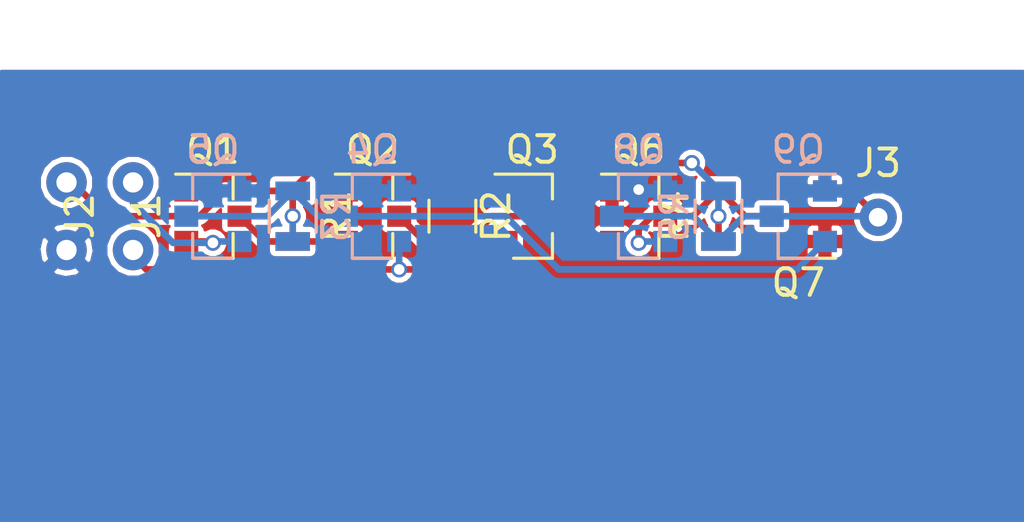
<source format=kicad_pcb>
(kicad_pcb (version 4) (host pcbnew 4.0.7)

  (general
    (links 33)
    (no_connects 0)
    (area 105.5 59.299998 144.000001 79.000001)
    (thickness 1.6)
    (drawings 0)
    (tracks 90)
    (zones 0)
    (modules 17)
    (nets 10)
  )

  (page A4)
  (layers
    (0 F.Cu signal)
    (31 B.Cu signal)
    (32 B.Adhes user)
    (33 F.Adhes user)
    (34 B.Paste user)
    (35 F.Paste user)
    (36 B.SilkS user)
    (37 F.SilkS user)
    (38 B.Mask user)
    (39 F.Mask user)
    (40 Dwgs.User user)
    (41 Cmts.User user)
    (42 Eco1.User user)
    (43 Eco2.User user)
    (44 Edge.Cuts user)
    (45 Margin user)
    (46 B.CrtYd user)
    (47 F.CrtYd user)
    (48 B.Fab user)
    (49 F.Fab user)
  )

  (setup
    (last_trace_width 0.25)
    (trace_clearance 0.2)
    (zone_clearance 0.2)
    (zone_45_only yes)
    (trace_min 0.2)
    (segment_width 0.2)
    (edge_width 0.15)
    (via_size 0.6)
    (via_drill 0.4)
    (via_min_size 0.4)
    (via_min_drill 0.3)
    (uvia_size 0.3)
    (uvia_drill 0.1)
    (uvias_allowed no)
    (uvia_min_size 0.2)
    (uvia_min_drill 0.1)
    (pcb_text_width 0.3)
    (pcb_text_size 1.5 1.5)
    (mod_edge_width 0.15)
    (mod_text_size 1 1)
    (mod_text_width 0.15)
    (pad_size 1.524 1.524)
    (pad_drill 0.762)
    (pad_to_mask_clearance 0.2)
    (aux_axis_origin 0 0)
    (visible_elements FFFFFF7F)
    (pcbplotparams
      (layerselection 0x00030_80000001)
      (usegerberextensions false)
      (excludeedgelayer true)
      (linewidth 0.100000)
      (plotframeref false)
      (viasonmask false)
      (mode 1)
      (useauxorigin false)
      (hpglpennumber 1)
      (hpglpenspeed 20)
      (hpglpendiameter 15)
      (hpglpenoverlay 2)
      (psnegative false)
      (psa4output false)
      (plotreference true)
      (plotvalue true)
      (plotinvisibletext false)
      (padsonsilk false)
      (subtractmaskfromsilk false)
      (outputformat 1)
      (mirror false)
      (drillshape 1)
      (scaleselection 1)
      (outputdirectory ""))
  )

  (net 0 "")
  (net 1 /I)
  (net 2 /notI)
  (net 3 GND)
  (net 4 /IandW)
  (net 5 /notW)
  (net 6 /InornotW)
  (net 7 /OnorIandW)
  (net 8 /O)
  (net 9 VCC)

  (net_class Default "This is the default net class."
    (clearance 0.2)
    (trace_width 0.25)
    (via_dia 0.6)
    (via_drill 0.4)
    (uvia_dia 0.3)
    (uvia_drill 0.1)
    (add_net /I)
    (add_net /IandW)
    (add_net /InornotW)
    (add_net /O)
    (add_net /OnorIandW)
    (add_net /notI)
    (add_net /notW)
    (add_net GND)
    (add_net VCC)
  )

  (module Resistors_SMD:R_0805 (layer B.Cu) (tedit 58E0A804) (tstamp 59C58380)
    (at 132.5 67.5 270)
    (descr "Resistor SMD 0805, reflow soldering, Vishay (see dcrcw.pdf)")
    (tags "resistor 0805")
    (path /59C576F0)
    (attr smd)
    (fp_text reference R5 (at 0 1.65 270) (layer B.SilkS)
      (effects (font (size 1 1) (thickness 0.15)) (justify mirror))
    )
    (fp_text value R (at 0 -1.75 270) (layer B.Fab)
      (effects (font (size 1 1) (thickness 0.15)) (justify mirror))
    )
    (fp_text user %R (at 0 0 270) (layer B.Fab)
      (effects (font (size 0.5 0.5) (thickness 0.075)) (justify mirror))
    )
    (fp_line (start -1 -0.62) (end -1 0.62) (layer B.Fab) (width 0.1))
    (fp_line (start 1 -0.62) (end -1 -0.62) (layer B.Fab) (width 0.1))
    (fp_line (start 1 0.62) (end 1 -0.62) (layer B.Fab) (width 0.1))
    (fp_line (start -1 0.62) (end 1 0.62) (layer B.Fab) (width 0.1))
    (fp_line (start 0.6 -0.88) (end -0.6 -0.88) (layer B.SilkS) (width 0.12))
    (fp_line (start -0.6 0.88) (end 0.6 0.88) (layer B.SilkS) (width 0.12))
    (fp_line (start -1.55 0.9) (end 1.55 0.9) (layer B.CrtYd) (width 0.05))
    (fp_line (start -1.55 0.9) (end -1.55 -0.9) (layer B.CrtYd) (width 0.05))
    (fp_line (start 1.55 -0.9) (end 1.55 0.9) (layer B.CrtYd) (width 0.05))
    (fp_line (start 1.55 -0.9) (end -1.55 -0.9) (layer B.CrtYd) (width 0.05))
    (pad 1 smd rect (at -0.95 0 270) (size 0.7 1.3) (layers B.Cu B.Paste B.Mask)
      (net 9 VCC))
    (pad 2 smd rect (at 0.95 0 270) (size 0.7 1.3) (layers B.Cu B.Paste B.Mask)
      (net 8 /O))
    (model ${KISYS3DMOD}/Resistors_SMD.3dshapes/R_0805.wrl
      (at (xyz 0 0 0))
      (scale (xyz 1 1 1))
      (rotate (xyz 0 0 0))
    )
  )

  (module emlun:J2-2_pole_connector (layer F.Cu) (tedit 59B9B8B6) (tstamp 59C58321)
    (at 110.5 67.5 90)
    (path /59C5A113)
    (fp_text reference J1 (at 0 0.5 90) (layer F.SilkS)
      (effects (font (size 1 1) (thickness 0.15)))
    )
    (fp_text value J2-2_bit_bus (at 0 -1.27 90) (layer F.Fab)
      (effects (font (size 1 1) (thickness 0.15)))
    )
    (pad 1 thru_hole circle (at -1.27 0 90) (size 1.524 1.524) (drill 0.762) (layers *.Cu *.Mask)
      (net 5 /notW))
    (pad 2 thru_hole circle (at 1.27 0 90) (size 1.524 1.524) (drill 0.762) (layers *.Cu *.Mask)
      (net 1 /I))
  )

  (module emlun:J2-2_pole_connector (layer F.Cu) (tedit 59B9B8B6) (tstamp 59C58327)
    (at 108 67.5 90)
    (path /59C5B572)
    (fp_text reference J2 (at 0 0.5 90) (layer F.SilkS)
      (effects (font (size 1 1) (thickness 0.15)))
    )
    (fp_text value J2-2_pole_connector (at 0 -1.27 90) (layer F.Fab)
      (effects (font (size 1 1) (thickness 0.15)))
    )
    (pad 1 thru_hole circle (at -1.27 0 90) (size 1.524 1.524) (drill 0.762) (layers *.Cu *.Mask)
      (net 3 GND))
    (pad 2 thru_hole circle (at 1.27 0 90) (size 1.524 1.524) (drill 0.762) (layers *.Cu *.Mask)
      (net 9 VCC))
  )

  (module emlun:J1-1_bit_bus (layer F.Cu) (tedit 59BC86E0) (tstamp 59C5832C)
    (at 138.5 65)
    (path /59C5A296)
    (fp_text reference J3 (at 0 0.5) (layer F.SilkS)
      (effects (font (size 1 1) (thickness 0.15)))
    )
    (fp_text value J1-1_bit_bus (at 0 -0.5) (layer F.Fab)
      (effects (font (size 1 1) (thickness 0.15)))
    )
    (pad 1 thru_hole circle (at 0 2.54) (size 1.4 1.4) (drill 0.7) (layers *.Cu *.Mask)
      (net 8 /O))
  )

  (module TO_SOT_Packages_SMD:SOT-23 (layer F.Cu) (tedit 58CE4E7E) (tstamp 59C5832D)
    (at 113.5 67.5)
    (descr "SOT-23, Standard")
    (tags SOT-23)
    (path /59C5717D)
    (attr smd)
    (fp_text reference Q1 (at 0 -2.5) (layer F.SilkS)
      (effects (font (size 1 1) (thickness 0.15)))
    )
    (fp_text value 2N7000 (at 0 2.5) (layer F.Fab)
      (effects (font (size 1 1) (thickness 0.15)))
    )
    (fp_text user %R (at 0 0 90) (layer F.Fab)
      (effects (font (size 0.5 0.5) (thickness 0.075)))
    )
    (fp_line (start -0.7 -0.95) (end -0.7 1.5) (layer F.Fab) (width 0.1))
    (fp_line (start -0.15 -1.52) (end 0.7 -1.52) (layer F.Fab) (width 0.1))
    (fp_line (start -0.7 -0.95) (end -0.15 -1.52) (layer F.Fab) (width 0.1))
    (fp_line (start 0.7 -1.52) (end 0.7 1.52) (layer F.Fab) (width 0.1))
    (fp_line (start -0.7 1.52) (end 0.7 1.52) (layer F.Fab) (width 0.1))
    (fp_line (start 0.76 1.58) (end 0.76 0.65) (layer F.SilkS) (width 0.12))
    (fp_line (start 0.76 -1.58) (end 0.76 -0.65) (layer F.SilkS) (width 0.12))
    (fp_line (start -1.7 -1.75) (end 1.7 -1.75) (layer F.CrtYd) (width 0.05))
    (fp_line (start 1.7 -1.75) (end 1.7 1.75) (layer F.CrtYd) (width 0.05))
    (fp_line (start 1.7 1.75) (end -1.7 1.75) (layer F.CrtYd) (width 0.05))
    (fp_line (start -1.7 1.75) (end -1.7 -1.75) (layer F.CrtYd) (width 0.05))
    (fp_line (start 0.76 -1.58) (end -1.4 -1.58) (layer F.SilkS) (width 0.12))
    (fp_line (start 0.76 1.58) (end -0.7 1.58) (layer F.SilkS) (width 0.12))
    (pad 1 smd rect (at -1 -0.95) (size 0.9 0.8) (layers F.Cu F.Paste F.Mask)
      (net 3 GND))
    (pad 2 smd rect (at -1 0.95) (size 0.9 0.8) (layers F.Cu F.Paste F.Mask)
      (net 1 /I))
    (pad 3 smd rect (at 1 0) (size 0.9 0.8) (layers F.Cu F.Paste F.Mask)
      (net 2 /notI))
    (model ${KISYS3DMOD}/TO_SOT_Packages_SMD.3dshapes/SOT-23.wrl
      (at (xyz 0 0 0))
      (scale (xyz 1 1 1))
      (rotate (xyz 0 0 0))
    )
  )

  (module TO_SOT_Packages_SMD:SOT-23 (layer F.Cu) (tedit 58CE4E7E) (tstamp 59C58333)
    (at 119.5 67.5)
    (descr "SOT-23, Standard")
    (tags SOT-23)
    (path /59C5723C)
    (attr smd)
    (fp_text reference Q2 (at 0 -2.5) (layer F.SilkS)
      (effects (font (size 1 1) (thickness 0.15)))
    )
    (fp_text value 2N7000 (at 0 2.5) (layer F.Fab)
      (effects (font (size 1 1) (thickness 0.15)))
    )
    (fp_text user %R (at 0 0 90) (layer F.Fab)
      (effects (font (size 0.5 0.5) (thickness 0.075)))
    )
    (fp_line (start -0.7 -0.95) (end -0.7 1.5) (layer F.Fab) (width 0.1))
    (fp_line (start -0.15 -1.52) (end 0.7 -1.52) (layer F.Fab) (width 0.1))
    (fp_line (start -0.7 -0.95) (end -0.15 -1.52) (layer F.Fab) (width 0.1))
    (fp_line (start 0.7 -1.52) (end 0.7 1.52) (layer F.Fab) (width 0.1))
    (fp_line (start -0.7 1.52) (end 0.7 1.52) (layer F.Fab) (width 0.1))
    (fp_line (start 0.76 1.58) (end 0.76 0.65) (layer F.SilkS) (width 0.12))
    (fp_line (start 0.76 -1.58) (end 0.76 -0.65) (layer F.SilkS) (width 0.12))
    (fp_line (start -1.7 -1.75) (end 1.7 -1.75) (layer F.CrtYd) (width 0.05))
    (fp_line (start 1.7 -1.75) (end 1.7 1.75) (layer F.CrtYd) (width 0.05))
    (fp_line (start 1.7 1.75) (end -1.7 1.75) (layer F.CrtYd) (width 0.05))
    (fp_line (start -1.7 1.75) (end -1.7 -1.75) (layer F.CrtYd) (width 0.05))
    (fp_line (start 0.76 -1.58) (end -1.4 -1.58) (layer F.SilkS) (width 0.12))
    (fp_line (start 0.76 1.58) (end -0.7 1.58) (layer F.SilkS) (width 0.12))
    (pad 1 smd rect (at -1 -0.95) (size 0.9 0.8) (layers F.Cu F.Paste F.Mask)
      (net 3 GND))
    (pad 2 smd rect (at -1 0.95) (size 0.9 0.8) (layers F.Cu F.Paste F.Mask)
      (net 2 /notI))
    (pad 3 smd rect (at 1 0) (size 0.9 0.8) (layers F.Cu F.Paste F.Mask)
      (net 4 /IandW))
    (model ${KISYS3DMOD}/TO_SOT_Packages_SMD.3dshapes/SOT-23.wrl
      (at (xyz 0 0 0))
      (scale (xyz 1 1 1))
      (rotate (xyz 0 0 0))
    )
  )

  (module TO_SOT_Packages_SMD:SOT-23 (layer F.Cu) (tedit 58CE4E7E) (tstamp 59C58339)
    (at 125.5 67.5)
    (descr "SOT-23, Standard")
    (tags SOT-23)
    (path /59C5727D)
    (attr smd)
    (fp_text reference Q3 (at 0 -2.5) (layer F.SilkS)
      (effects (font (size 1 1) (thickness 0.15)))
    )
    (fp_text value 2N7000 (at 0 2.5) (layer F.Fab)
      (effects (font (size 1 1) (thickness 0.15)))
    )
    (fp_text user %R (at 0 0 90) (layer F.Fab)
      (effects (font (size 0.5 0.5) (thickness 0.075)))
    )
    (fp_line (start -0.7 -0.95) (end -0.7 1.5) (layer F.Fab) (width 0.1))
    (fp_line (start -0.15 -1.52) (end 0.7 -1.52) (layer F.Fab) (width 0.1))
    (fp_line (start -0.7 -0.95) (end -0.15 -1.52) (layer F.Fab) (width 0.1))
    (fp_line (start 0.7 -1.52) (end 0.7 1.52) (layer F.Fab) (width 0.1))
    (fp_line (start -0.7 1.52) (end 0.7 1.52) (layer F.Fab) (width 0.1))
    (fp_line (start 0.76 1.58) (end 0.76 0.65) (layer F.SilkS) (width 0.12))
    (fp_line (start 0.76 -1.58) (end 0.76 -0.65) (layer F.SilkS) (width 0.12))
    (fp_line (start -1.7 -1.75) (end 1.7 -1.75) (layer F.CrtYd) (width 0.05))
    (fp_line (start 1.7 -1.75) (end 1.7 1.75) (layer F.CrtYd) (width 0.05))
    (fp_line (start 1.7 1.75) (end -1.7 1.75) (layer F.CrtYd) (width 0.05))
    (fp_line (start -1.7 1.75) (end -1.7 -1.75) (layer F.CrtYd) (width 0.05))
    (fp_line (start 0.76 -1.58) (end -1.4 -1.58) (layer F.SilkS) (width 0.12))
    (fp_line (start 0.76 1.58) (end -0.7 1.58) (layer F.SilkS) (width 0.12))
    (pad 1 smd rect (at -1 -0.95) (size 0.9 0.8) (layers F.Cu F.Paste F.Mask)
      (net 3 GND))
    (pad 2 smd rect (at -1 0.95) (size 0.9 0.8) (layers F.Cu F.Paste F.Mask)
      (net 5 /notW))
    (pad 3 smd rect (at 1 0) (size 0.9 0.8) (layers F.Cu F.Paste F.Mask)
      (net 4 /IandW))
    (model ${KISYS3DMOD}/TO_SOT_Packages_SMD.3dshapes/SOT-23.wrl
      (at (xyz 0 0 0))
      (scale (xyz 1 1 1))
      (rotate (xyz 0 0 0))
    )
  )

  (module TO_SOT_Packages_SMD:SOT-23 (layer B.Cu) (tedit 58CE4E7E) (tstamp 59C5833F)
    (at 119.5 67.5 180)
    (descr "SOT-23, Standard")
    (tags SOT-23)
    (path /59C57339)
    (attr smd)
    (fp_text reference Q4 (at 0 2.5 180) (layer B.SilkS)
      (effects (font (size 1 1) (thickness 0.15)) (justify mirror))
    )
    (fp_text value 2N7000 (at 0 -2.5 180) (layer B.Fab)
      (effects (font (size 1 1) (thickness 0.15)) (justify mirror))
    )
    (fp_text user %R (at 0 0 450) (layer B.Fab)
      (effects (font (size 0.5 0.5) (thickness 0.075)) (justify mirror))
    )
    (fp_line (start -0.7 0.95) (end -0.7 -1.5) (layer B.Fab) (width 0.1))
    (fp_line (start -0.15 1.52) (end 0.7 1.52) (layer B.Fab) (width 0.1))
    (fp_line (start -0.7 0.95) (end -0.15 1.52) (layer B.Fab) (width 0.1))
    (fp_line (start 0.7 1.52) (end 0.7 -1.52) (layer B.Fab) (width 0.1))
    (fp_line (start -0.7 -1.52) (end 0.7 -1.52) (layer B.Fab) (width 0.1))
    (fp_line (start 0.76 -1.58) (end 0.76 -0.65) (layer B.SilkS) (width 0.12))
    (fp_line (start 0.76 1.58) (end 0.76 0.65) (layer B.SilkS) (width 0.12))
    (fp_line (start -1.7 1.75) (end 1.7 1.75) (layer B.CrtYd) (width 0.05))
    (fp_line (start 1.7 1.75) (end 1.7 -1.75) (layer B.CrtYd) (width 0.05))
    (fp_line (start 1.7 -1.75) (end -1.7 -1.75) (layer B.CrtYd) (width 0.05))
    (fp_line (start -1.7 -1.75) (end -1.7 1.75) (layer B.CrtYd) (width 0.05))
    (fp_line (start 0.76 1.58) (end -1.4 1.58) (layer B.SilkS) (width 0.12))
    (fp_line (start 0.76 -1.58) (end -0.7 -1.58) (layer B.SilkS) (width 0.12))
    (pad 1 smd rect (at -1 0.95 180) (size 0.9 0.8) (layers B.Cu B.Paste B.Mask)
      (net 3 GND))
    (pad 2 smd rect (at -1 -0.95 180) (size 0.9 0.8) (layers B.Cu B.Paste B.Mask)
      (net 5 /notW))
    (pad 3 smd rect (at 1 0 180) (size 0.9 0.8) (layers B.Cu B.Paste B.Mask)
      (net 6 /InornotW))
    (model ${KISYS3DMOD}/TO_SOT_Packages_SMD.3dshapes/SOT-23.wrl
      (at (xyz 0 0 0))
      (scale (xyz 1 1 1))
      (rotate (xyz 0 0 0))
    )
  )

  (module TO_SOT_Packages_SMD:SOT-23 (layer B.Cu) (tedit 58CE4E7E) (tstamp 59C58345)
    (at 113.5 67.5 180)
    (descr "SOT-23, Standard")
    (tags SOT-23)
    (path /59C57366)
    (attr smd)
    (fp_text reference Q5 (at 0 2.5 180) (layer B.SilkS)
      (effects (font (size 1 1) (thickness 0.15)) (justify mirror))
    )
    (fp_text value 2N7000 (at 0 -2.5 180) (layer B.Fab)
      (effects (font (size 1 1) (thickness 0.15)) (justify mirror))
    )
    (fp_text user %R (at 0 0 450) (layer B.Fab)
      (effects (font (size 0.5 0.5) (thickness 0.075)) (justify mirror))
    )
    (fp_line (start -0.7 0.95) (end -0.7 -1.5) (layer B.Fab) (width 0.1))
    (fp_line (start -0.15 1.52) (end 0.7 1.52) (layer B.Fab) (width 0.1))
    (fp_line (start -0.7 0.95) (end -0.15 1.52) (layer B.Fab) (width 0.1))
    (fp_line (start 0.7 1.52) (end 0.7 -1.52) (layer B.Fab) (width 0.1))
    (fp_line (start -0.7 -1.52) (end 0.7 -1.52) (layer B.Fab) (width 0.1))
    (fp_line (start 0.76 -1.58) (end 0.76 -0.65) (layer B.SilkS) (width 0.12))
    (fp_line (start 0.76 1.58) (end 0.76 0.65) (layer B.SilkS) (width 0.12))
    (fp_line (start -1.7 1.75) (end 1.7 1.75) (layer B.CrtYd) (width 0.05))
    (fp_line (start 1.7 1.75) (end 1.7 -1.75) (layer B.CrtYd) (width 0.05))
    (fp_line (start 1.7 -1.75) (end -1.7 -1.75) (layer B.CrtYd) (width 0.05))
    (fp_line (start -1.7 -1.75) (end -1.7 1.75) (layer B.CrtYd) (width 0.05))
    (fp_line (start 0.76 1.58) (end -1.4 1.58) (layer B.SilkS) (width 0.12))
    (fp_line (start 0.76 -1.58) (end -0.7 -1.58) (layer B.SilkS) (width 0.12))
    (pad 1 smd rect (at -1 0.95 180) (size 0.9 0.8) (layers B.Cu B.Paste B.Mask)
      (net 3 GND))
    (pad 2 smd rect (at -1 -0.95 180) (size 0.9 0.8) (layers B.Cu B.Paste B.Mask)
      (net 1 /I))
    (pad 3 smd rect (at 1 0 180) (size 0.9 0.8) (layers B.Cu B.Paste B.Mask)
      (net 6 /InornotW))
    (model ${KISYS3DMOD}/TO_SOT_Packages_SMD.3dshapes/SOT-23.wrl
      (at (xyz 0 0 0))
      (scale (xyz 1 1 1))
      (rotate (xyz 0 0 0))
    )
  )

  (module TO_SOT_Packages_SMD:SOT-23 (layer F.Cu) (tedit 58CE4E7E) (tstamp 59C5834B)
    (at 129.5 67.5)
    (descr "SOT-23, Standard")
    (tags SOT-23)
    (path /59C57433)
    (attr smd)
    (fp_text reference Q6 (at 0 -2.5) (layer F.SilkS)
      (effects (font (size 1 1) (thickness 0.15)))
    )
    (fp_text value 2N7000 (at 0 2.5) (layer F.Fab)
      (effects (font (size 1 1) (thickness 0.15)))
    )
    (fp_text user %R (at 0 0 90) (layer F.Fab)
      (effects (font (size 0.5 0.5) (thickness 0.075)))
    )
    (fp_line (start -0.7 -0.95) (end -0.7 1.5) (layer F.Fab) (width 0.1))
    (fp_line (start -0.15 -1.52) (end 0.7 -1.52) (layer F.Fab) (width 0.1))
    (fp_line (start -0.7 -0.95) (end -0.15 -1.52) (layer F.Fab) (width 0.1))
    (fp_line (start 0.7 -1.52) (end 0.7 1.52) (layer F.Fab) (width 0.1))
    (fp_line (start -0.7 1.52) (end 0.7 1.52) (layer F.Fab) (width 0.1))
    (fp_line (start 0.76 1.58) (end 0.76 0.65) (layer F.SilkS) (width 0.12))
    (fp_line (start 0.76 -1.58) (end 0.76 -0.65) (layer F.SilkS) (width 0.12))
    (fp_line (start -1.7 -1.75) (end 1.7 -1.75) (layer F.CrtYd) (width 0.05))
    (fp_line (start 1.7 -1.75) (end 1.7 1.75) (layer F.CrtYd) (width 0.05))
    (fp_line (start 1.7 1.75) (end -1.7 1.75) (layer F.CrtYd) (width 0.05))
    (fp_line (start -1.7 1.75) (end -1.7 -1.75) (layer F.CrtYd) (width 0.05))
    (fp_line (start 0.76 -1.58) (end -1.4 -1.58) (layer F.SilkS) (width 0.12))
    (fp_line (start 0.76 1.58) (end -0.7 1.58) (layer F.SilkS) (width 0.12))
    (pad 1 smd rect (at -1 -0.95) (size 0.9 0.8) (layers F.Cu F.Paste F.Mask)
      (net 3 GND))
    (pad 2 smd rect (at -1 0.95) (size 0.9 0.8) (layers F.Cu F.Paste F.Mask)
      (net 4 /IandW))
    (pad 3 smd rect (at 1 0) (size 0.9 0.8) (layers F.Cu F.Paste F.Mask)
      (net 7 /OnorIandW))
    (model ${KISYS3DMOD}/TO_SOT_Packages_SMD.3dshapes/SOT-23.wrl
      (at (xyz 0 0 0))
      (scale (xyz 1 1 1))
      (rotate (xyz 0 0 0))
    )
  )

  (module TO_SOT_Packages_SMD:SOT-23 (layer F.Cu) (tedit 58CE4E7E) (tstamp 59C58351)
    (at 135.5 67.5 180)
    (descr "SOT-23, Standard")
    (tags SOT-23)
    (path /59C57480)
    (attr smd)
    (fp_text reference Q7 (at 0 -2.5 180) (layer F.SilkS)
      (effects (font (size 1 1) (thickness 0.15)))
    )
    (fp_text value 2N7000 (at 0 2.5 180) (layer F.Fab)
      (effects (font (size 1 1) (thickness 0.15)))
    )
    (fp_text user %R (at 0 0 270) (layer F.Fab)
      (effects (font (size 0.5 0.5) (thickness 0.075)))
    )
    (fp_line (start -0.7 -0.95) (end -0.7 1.5) (layer F.Fab) (width 0.1))
    (fp_line (start -0.15 -1.52) (end 0.7 -1.52) (layer F.Fab) (width 0.1))
    (fp_line (start -0.7 -0.95) (end -0.15 -1.52) (layer F.Fab) (width 0.1))
    (fp_line (start 0.7 -1.52) (end 0.7 1.52) (layer F.Fab) (width 0.1))
    (fp_line (start -0.7 1.52) (end 0.7 1.52) (layer F.Fab) (width 0.1))
    (fp_line (start 0.76 1.58) (end 0.76 0.65) (layer F.SilkS) (width 0.12))
    (fp_line (start 0.76 -1.58) (end 0.76 -0.65) (layer F.SilkS) (width 0.12))
    (fp_line (start -1.7 -1.75) (end 1.7 -1.75) (layer F.CrtYd) (width 0.05))
    (fp_line (start 1.7 -1.75) (end 1.7 1.75) (layer F.CrtYd) (width 0.05))
    (fp_line (start 1.7 1.75) (end -1.7 1.75) (layer F.CrtYd) (width 0.05))
    (fp_line (start -1.7 1.75) (end -1.7 -1.75) (layer F.CrtYd) (width 0.05))
    (fp_line (start 0.76 -1.58) (end -1.4 -1.58) (layer F.SilkS) (width 0.12))
    (fp_line (start 0.76 1.58) (end -0.7 1.58) (layer F.SilkS) (width 0.12))
    (pad 1 smd rect (at -1 -0.95 180) (size 0.9 0.8) (layers F.Cu F.Paste F.Mask)
      (net 3 GND))
    (pad 2 smd rect (at -1 0.95 180) (size 0.9 0.8) (layers F.Cu F.Paste F.Mask)
      (net 8 /O))
    (pad 3 smd rect (at 1 0 180) (size 0.9 0.8) (layers F.Cu F.Paste F.Mask)
      (net 7 /OnorIandW))
    (model ${KISYS3DMOD}/TO_SOT_Packages_SMD.3dshapes/SOT-23.wrl
      (at (xyz 0 0 0))
      (scale (xyz 1 1 1))
      (rotate (xyz 0 0 0))
    )
  )

  (module TO_SOT_Packages_SMD:SOT-23 (layer B.Cu) (tedit 58CE4E7E) (tstamp 59C58357)
    (at 129.5 67.5 180)
    (descr "SOT-23, Standard")
    (tags SOT-23)
    (path /59C573A3)
    (attr smd)
    (fp_text reference Q8 (at 0 2.5 180) (layer B.SilkS)
      (effects (font (size 1 1) (thickness 0.15)) (justify mirror))
    )
    (fp_text value 2N7000 (at 0 -2.5 180) (layer B.Fab)
      (effects (font (size 1 1) (thickness 0.15)) (justify mirror))
    )
    (fp_text user %R (at 0 0 450) (layer B.Fab)
      (effects (font (size 0.5 0.5) (thickness 0.075)) (justify mirror))
    )
    (fp_line (start -0.7 0.95) (end -0.7 -1.5) (layer B.Fab) (width 0.1))
    (fp_line (start -0.15 1.52) (end 0.7 1.52) (layer B.Fab) (width 0.1))
    (fp_line (start -0.7 0.95) (end -0.15 1.52) (layer B.Fab) (width 0.1))
    (fp_line (start 0.7 1.52) (end 0.7 -1.52) (layer B.Fab) (width 0.1))
    (fp_line (start -0.7 -1.52) (end 0.7 -1.52) (layer B.Fab) (width 0.1))
    (fp_line (start 0.76 -1.58) (end 0.76 -0.65) (layer B.SilkS) (width 0.12))
    (fp_line (start 0.76 1.58) (end 0.76 0.65) (layer B.SilkS) (width 0.12))
    (fp_line (start -1.7 1.75) (end 1.7 1.75) (layer B.CrtYd) (width 0.05))
    (fp_line (start 1.7 1.75) (end 1.7 -1.75) (layer B.CrtYd) (width 0.05))
    (fp_line (start 1.7 -1.75) (end -1.7 -1.75) (layer B.CrtYd) (width 0.05))
    (fp_line (start -1.7 -1.75) (end -1.7 1.75) (layer B.CrtYd) (width 0.05))
    (fp_line (start 0.76 1.58) (end -1.4 1.58) (layer B.SilkS) (width 0.12))
    (fp_line (start 0.76 -1.58) (end -0.7 -1.58) (layer B.SilkS) (width 0.12))
    (pad 1 smd rect (at -1 0.95 180) (size 0.9 0.8) (layers B.Cu B.Paste B.Mask)
      (net 3 GND))
    (pad 2 smd rect (at -1 -0.95 180) (size 0.9 0.8) (layers B.Cu B.Paste B.Mask)
      (net 7 /OnorIandW))
    (pad 3 smd rect (at 1 0 180) (size 0.9 0.8) (layers B.Cu B.Paste B.Mask)
      (net 8 /O))
    (model ${KISYS3DMOD}/TO_SOT_Packages_SMD.3dshapes/SOT-23.wrl
      (at (xyz 0 0 0))
      (scale (xyz 1 1 1))
      (rotate (xyz 0 0 0))
    )
  )

  (module TO_SOT_Packages_SMD:SOT-23 (layer B.Cu) (tedit 58CE4E7E) (tstamp 59C5835D)
    (at 135.5 67.5 180)
    (descr "SOT-23, Standard")
    (tags SOT-23)
    (path /59C573F0)
    (attr smd)
    (fp_text reference Q9 (at 0 2.5 180) (layer B.SilkS)
      (effects (font (size 1 1) (thickness 0.15)) (justify mirror))
    )
    (fp_text value 2N7000 (at 0 -2.5 180) (layer B.Fab)
      (effects (font (size 1 1) (thickness 0.15)) (justify mirror))
    )
    (fp_text user %R (at 0 0 450) (layer B.Fab)
      (effects (font (size 0.5 0.5) (thickness 0.075)) (justify mirror))
    )
    (fp_line (start -0.7 0.95) (end -0.7 -1.5) (layer B.Fab) (width 0.1))
    (fp_line (start -0.15 1.52) (end 0.7 1.52) (layer B.Fab) (width 0.1))
    (fp_line (start -0.7 0.95) (end -0.15 1.52) (layer B.Fab) (width 0.1))
    (fp_line (start 0.7 1.52) (end 0.7 -1.52) (layer B.Fab) (width 0.1))
    (fp_line (start -0.7 -1.52) (end 0.7 -1.52) (layer B.Fab) (width 0.1))
    (fp_line (start 0.76 -1.58) (end 0.76 -0.65) (layer B.SilkS) (width 0.12))
    (fp_line (start 0.76 1.58) (end 0.76 0.65) (layer B.SilkS) (width 0.12))
    (fp_line (start -1.7 1.75) (end 1.7 1.75) (layer B.CrtYd) (width 0.05))
    (fp_line (start 1.7 1.75) (end 1.7 -1.75) (layer B.CrtYd) (width 0.05))
    (fp_line (start 1.7 -1.75) (end -1.7 -1.75) (layer B.CrtYd) (width 0.05))
    (fp_line (start -1.7 -1.75) (end -1.7 1.75) (layer B.CrtYd) (width 0.05))
    (fp_line (start 0.76 1.58) (end -1.4 1.58) (layer B.SilkS) (width 0.12))
    (fp_line (start 0.76 -1.58) (end -0.7 -1.58) (layer B.SilkS) (width 0.12))
    (pad 1 smd rect (at -1 0.95 180) (size 0.9 0.8) (layers B.Cu B.Paste B.Mask)
      (net 3 GND))
    (pad 2 smd rect (at -1 -0.95 180) (size 0.9 0.8) (layers B.Cu B.Paste B.Mask)
      (net 6 /InornotW))
    (pad 3 smd rect (at 1 0 180) (size 0.9 0.8) (layers B.Cu B.Paste B.Mask)
      (net 8 /O))
    (model ${KISYS3DMOD}/TO_SOT_Packages_SMD.3dshapes/SOT-23.wrl
      (at (xyz 0 0 0))
      (scale (xyz 1 1 1))
      (rotate (xyz 0 0 0))
    )
  )

  (module Resistors_SMD:R_0805 (layer F.Cu) (tedit 58E0A804) (tstamp 59C58368)
    (at 116.5 67.5 270)
    (descr "Resistor SMD 0805, reflow soldering, Vishay (see dcrcw.pdf)")
    (tags "resistor 0805")
    (path /59C574BB)
    (attr smd)
    (fp_text reference R1 (at 0 -1.65 270) (layer F.SilkS)
      (effects (font (size 1 1) (thickness 0.15)))
    )
    (fp_text value R (at 0 1.75 270) (layer F.Fab)
      (effects (font (size 1 1) (thickness 0.15)))
    )
    (fp_text user %R (at 0 0 270) (layer F.Fab)
      (effects (font (size 0.5 0.5) (thickness 0.075)))
    )
    (fp_line (start -1 0.62) (end -1 -0.62) (layer F.Fab) (width 0.1))
    (fp_line (start 1 0.62) (end -1 0.62) (layer F.Fab) (width 0.1))
    (fp_line (start 1 -0.62) (end 1 0.62) (layer F.Fab) (width 0.1))
    (fp_line (start -1 -0.62) (end 1 -0.62) (layer F.Fab) (width 0.1))
    (fp_line (start 0.6 0.88) (end -0.6 0.88) (layer F.SilkS) (width 0.12))
    (fp_line (start -0.6 -0.88) (end 0.6 -0.88) (layer F.SilkS) (width 0.12))
    (fp_line (start -1.55 -0.9) (end 1.55 -0.9) (layer F.CrtYd) (width 0.05))
    (fp_line (start -1.55 -0.9) (end -1.55 0.9) (layer F.CrtYd) (width 0.05))
    (fp_line (start 1.55 0.9) (end 1.55 -0.9) (layer F.CrtYd) (width 0.05))
    (fp_line (start 1.55 0.9) (end -1.55 0.9) (layer F.CrtYd) (width 0.05))
    (pad 1 smd rect (at -0.95 0 270) (size 0.7 1.3) (layers F.Cu F.Paste F.Mask)
      (net 9 VCC))
    (pad 2 smd rect (at 0.95 0 270) (size 0.7 1.3) (layers F.Cu F.Paste F.Mask)
      (net 2 /notI))
    (model ${KISYS3DMOD}/Resistors_SMD.3dshapes/R_0805.wrl
      (at (xyz 0 0 0))
      (scale (xyz 1 1 1))
      (rotate (xyz 0 0 0))
    )
  )

  (module Resistors_SMD:R_0805 (layer F.Cu) (tedit 58E0A804) (tstamp 59C5836E)
    (at 122.5 67.5 270)
    (descr "Resistor SMD 0805, reflow soldering, Vishay (see dcrcw.pdf)")
    (tags "resistor 0805")
    (path /59C57582)
    (attr smd)
    (fp_text reference R2 (at 0 -1.65 270) (layer F.SilkS)
      (effects (font (size 1 1) (thickness 0.15)))
    )
    (fp_text value R (at 0 1.75 270) (layer F.Fab)
      (effects (font (size 1 1) (thickness 0.15)))
    )
    (fp_text user %R (at 0 0 270) (layer F.Fab)
      (effects (font (size 0.5 0.5) (thickness 0.075)))
    )
    (fp_line (start -1 0.62) (end -1 -0.62) (layer F.Fab) (width 0.1))
    (fp_line (start 1 0.62) (end -1 0.62) (layer F.Fab) (width 0.1))
    (fp_line (start 1 -0.62) (end 1 0.62) (layer F.Fab) (width 0.1))
    (fp_line (start -1 -0.62) (end 1 -0.62) (layer F.Fab) (width 0.1))
    (fp_line (start 0.6 0.88) (end -0.6 0.88) (layer F.SilkS) (width 0.12))
    (fp_line (start -0.6 -0.88) (end 0.6 -0.88) (layer F.SilkS) (width 0.12))
    (fp_line (start -1.55 -0.9) (end 1.55 -0.9) (layer F.CrtYd) (width 0.05))
    (fp_line (start -1.55 -0.9) (end -1.55 0.9) (layer F.CrtYd) (width 0.05))
    (fp_line (start 1.55 0.9) (end 1.55 -0.9) (layer F.CrtYd) (width 0.05))
    (fp_line (start 1.55 0.9) (end -1.55 0.9) (layer F.CrtYd) (width 0.05))
    (pad 1 smd rect (at -0.95 0 270) (size 0.7 1.3) (layers F.Cu F.Paste F.Mask)
      (net 9 VCC))
    (pad 2 smd rect (at 0.95 0 270) (size 0.7 1.3) (layers F.Cu F.Paste F.Mask)
      (net 4 /IandW))
    (model ${KISYS3DMOD}/Resistors_SMD.3dshapes/R_0805.wrl
      (at (xyz 0 0 0))
      (scale (xyz 1 1 1))
      (rotate (xyz 0 0 0))
    )
  )

  (module Resistors_SMD:R_0805 (layer B.Cu) (tedit 58E0A804) (tstamp 59C58374)
    (at 116.5 67.5 90)
    (descr "Resistor SMD 0805, reflow soldering, Vishay (see dcrcw.pdf)")
    (tags "resistor 0805")
    (path /59C576BB)
    (attr smd)
    (fp_text reference R3 (at 0 1.65 90) (layer B.SilkS)
      (effects (font (size 1 1) (thickness 0.15)) (justify mirror))
    )
    (fp_text value R (at 0 -1.75 90) (layer B.Fab)
      (effects (font (size 1 1) (thickness 0.15)) (justify mirror))
    )
    (fp_text user %R (at 0 0 90) (layer B.Fab)
      (effects (font (size 0.5 0.5) (thickness 0.075)) (justify mirror))
    )
    (fp_line (start -1 -0.62) (end -1 0.62) (layer B.Fab) (width 0.1))
    (fp_line (start 1 -0.62) (end -1 -0.62) (layer B.Fab) (width 0.1))
    (fp_line (start 1 0.62) (end 1 -0.62) (layer B.Fab) (width 0.1))
    (fp_line (start -1 0.62) (end 1 0.62) (layer B.Fab) (width 0.1))
    (fp_line (start 0.6 -0.88) (end -0.6 -0.88) (layer B.SilkS) (width 0.12))
    (fp_line (start -0.6 0.88) (end 0.6 0.88) (layer B.SilkS) (width 0.12))
    (fp_line (start -1.55 0.9) (end 1.55 0.9) (layer B.CrtYd) (width 0.05))
    (fp_line (start -1.55 0.9) (end -1.55 -0.9) (layer B.CrtYd) (width 0.05))
    (fp_line (start 1.55 -0.9) (end 1.55 0.9) (layer B.CrtYd) (width 0.05))
    (fp_line (start 1.55 -0.9) (end -1.55 -0.9) (layer B.CrtYd) (width 0.05))
    (pad 1 smd rect (at -0.95 0 90) (size 0.7 1.3) (layers B.Cu B.Paste B.Mask)
      (net 9 VCC))
    (pad 2 smd rect (at 0.95 0 90) (size 0.7 1.3) (layers B.Cu B.Paste B.Mask)
      (net 6 /InornotW))
    (model ${KISYS3DMOD}/Resistors_SMD.3dshapes/R_0805.wrl
      (at (xyz 0 0 0))
      (scale (xyz 1 1 1))
      (rotate (xyz 0 0 0))
    )
  )

  (module Resistors_SMD:R_0805 (layer F.Cu) (tedit 58E0A804) (tstamp 59C5837A)
    (at 132.5 67.5 90)
    (descr "Resistor SMD 0805, reflow soldering, Vishay (see dcrcw.pdf)")
    (tags "resistor 0805")
    (path /59C575D7)
    (attr smd)
    (fp_text reference R4 (at 0 -1.65 90) (layer F.SilkS)
      (effects (font (size 1 1) (thickness 0.15)))
    )
    (fp_text value R (at 0 1.75 90) (layer F.Fab)
      (effects (font (size 1 1) (thickness 0.15)))
    )
    (fp_text user %R (at 0 0 90) (layer F.Fab)
      (effects (font (size 0.5 0.5) (thickness 0.075)))
    )
    (fp_line (start -1 0.62) (end -1 -0.62) (layer F.Fab) (width 0.1))
    (fp_line (start 1 0.62) (end -1 0.62) (layer F.Fab) (width 0.1))
    (fp_line (start 1 -0.62) (end 1 0.62) (layer F.Fab) (width 0.1))
    (fp_line (start -1 -0.62) (end 1 -0.62) (layer F.Fab) (width 0.1))
    (fp_line (start 0.6 0.88) (end -0.6 0.88) (layer F.SilkS) (width 0.12))
    (fp_line (start -0.6 -0.88) (end 0.6 -0.88) (layer F.SilkS) (width 0.12))
    (fp_line (start -1.55 -0.9) (end 1.55 -0.9) (layer F.CrtYd) (width 0.05))
    (fp_line (start -1.55 -0.9) (end -1.55 0.9) (layer F.CrtYd) (width 0.05))
    (fp_line (start 1.55 0.9) (end 1.55 -0.9) (layer F.CrtYd) (width 0.05))
    (fp_line (start 1.55 0.9) (end -1.55 0.9) (layer F.CrtYd) (width 0.05))
    (pad 1 smd rect (at -0.95 0 90) (size 0.7 1.3) (layers F.Cu F.Paste F.Mask)
      (net 9 VCC))
    (pad 2 smd rect (at 0.95 0 90) (size 0.7 1.3) (layers F.Cu F.Paste F.Mask)
      (net 7 /OnorIandW))
    (model ${KISYS3DMOD}/Resistors_SMD.3dshapes/R_0805.wrl
      (at (xyz 0 0 0))
      (scale (xyz 1 1 1))
      (rotate (xyz 0 0 0))
    )
  )

  (segment (start 110.5 66.23) (end 110.5 67) (width 0.25) (layer B.Cu) (net 1) (status 10))
  (segment (start 112 68.5) (end 113.5 68.5) (width 0.25) (layer B.Cu) (net 1) (tstamp 59C7E9D9))
  (segment (start 110.5 67) (end 112 68.5) (width 0.25) (layer B.Cu) (net 1) (tstamp 59C7E9D5))
  (segment (start 114.5 68.45) (end 113.55 68.45) (width 0.25) (layer B.Cu) (net 1) (status 10))
  (segment (start 113.45 68.45) (end 112.5 68.45) (width 0.25) (layer F.Cu) (net 1) (tstamp 59C59328) (status 20))
  (segment (start 113.5 68.5) (end 113.45 68.45) (width 0.25) (layer F.Cu) (net 1) (tstamp 59C59327))
  (via (at 113.5 68.5) (size 0.6) (drill 0.4) (layers F.Cu B.Cu) (net 1))
  (segment (start 113.55 68.45) (end 113.5 68.5) (width 0.25) (layer B.Cu) (net 1) (tstamp 59C59324))
  (segment (start 116.5 68.45) (end 115.45 68.45) (width 0.25) (layer F.Cu) (net 2) (status 10))
  (segment (start 115.45 68.45) (end 114.5 67.5) (width 0.25) (layer F.Cu) (net 2) (tstamp 59C58AC9) (status 20))
  (segment (start 118.5 68.45) (end 116.5 68.45) (width 0.25) (layer F.Cu) (net 2) (status 30))
  (segment (start 128.5 66.55) (end 129.45 66.55) (width 0.25) (layer F.Cu) (net 3) (status 400000))
  (segment (start 129.55 66.55) (end 130.5 66.55) (width 0.25) (layer B.Cu) (net 3) (tstamp 5AB6D364) (status 800000))
  (segment (start 129.5 66.5) (end 129.55 66.55) (width 0.25) (layer B.Cu) (net 3) (tstamp 5AB6D363))
  (via (at 129.5 66.5) (size 0.6) (drill 0.4) (layers F.Cu B.Cu) (net 3))
  (segment (start 129.45 66.55) (end 129.5 66.5) (width 0.25) (layer F.Cu) (net 3) (tstamp 5AB6D35E))
  (segment (start 118.5 66.55) (end 118.5 66.5) (width 0.25) (layer F.Cu) (net 3) (status 30))
  (segment (start 128.5 66.55) (end 128.5 66.5) (width 0.25) (layer F.Cu) (net 3) (status 30))
  (segment (start 112.5 66.55) (end 112.5 66.5) (width 0.25) (layer F.Cu) (net 3) (status 30))
  (segment (start 118.55 66.5) (end 118.5 66.55) (width 0.25) (layer F.Cu) (net 3) (tstamp 59C59046) (status 30))
  (segment (start 128.5 68.45) (end 127.45 68.45) (width 0.25) (layer F.Cu) (net 4) (status 10))
  (segment (start 127.45 68.45) (end 126.5 67.5) (width 0.25) (layer F.Cu) (net 4) (tstamp 59C58AD4) (status 20))
  (segment (start 122.5 68.45) (end 123.05 68.45) (width 0.25) (layer F.Cu) (net 4) (status 30))
  (segment (start 123.05 68.45) (end 124 67.5) (width 0.25) (layer F.Cu) (net 4) (tstamp 59C58ACF) (status 10))
  (segment (start 124 67.5) (end 126.5 67.5) (width 0.25) (layer F.Cu) (net 4) (tstamp 59C58AD0) (status 20))
  (segment (start 122.5 68.45) (end 121.45 68.45) (width 0.25) (layer F.Cu) (net 4) (status 10))
  (segment (start 121.45 68.45) (end 120.5 67.5) (width 0.25) (layer F.Cu) (net 4) (tstamp 59C58ACC) (status 20))
  (segment (start 110.5 68.77) (end 110.5 69) (width 0.25) (layer F.Cu) (net 5) (status 30))
  (segment (start 110.5 69) (end 111 69.5) (width 0.25) (layer F.Cu) (net 5) (tstamp 59C7E9AF) (status 10))
  (segment (start 111 69.5) (end 120.5 69.5) (width 0.25) (layer F.Cu) (net 5) (tstamp 59C7E9B0))
  (via (at 120.5 69.5) (size 0.6) (drill 0.4) (layers F.Cu B.Cu) (net 5))
  (segment (start 120.5 68.45) (end 120.5 69.5) (width 0.25) (layer B.Cu) (net 5) (status 10))
  (segment (start 124.5 68.45) (end 124.5 69) (width 0.25) (layer F.Cu) (net 5) (status 10))
  (segment (start 124 69.5) (end 120.5 69.5) (width 0.25) (layer F.Cu) (net 5) (tstamp 59C59164))
  (segment (start 124.5 69) (end 124 69.5) (width 0.25) (layer F.Cu) (net 5) (tstamp 59C5915F))
  (segment (start 118.5 67.5) (end 124.5 67.5) (width 0.25) (layer B.Cu) (net 6) (status 10))
  (segment (start 135.45 69.5) (end 136.5 68.45) (width 0.25) (layer B.Cu) (net 6) (tstamp 59C7E7AB) (status 20))
  (segment (start 126.5 69.5) (end 135.45 69.5) (width 0.25) (layer B.Cu) (net 6) (tstamp 59C7E7A4))
  (segment (start 124.5 67.5) (end 126.5 69.5) (width 0.25) (layer B.Cu) (net 6) (tstamp 59C7E79C))
  (segment (start 118.5 67.5) (end 117.45 67.5) (width 0.25) (layer B.Cu) (net 6) (status 10))
  (segment (start 117.45 67.5) (end 116.5 66.55) (width 0.25) (layer B.Cu) (net 6) (tstamp 59C5958A) (status 20))
  (segment (start 112.5 67.5) (end 115.55 67.5) (width 0.25) (layer B.Cu) (net 6) (status 10))
  (segment (start 115.55 67.5) (end 116.5 66.55) (width 0.25) (layer B.Cu) (net 6) (tstamp 59C59586) (status 20))
  (segment (start 116.55 66.5) (end 116.5 66.55) (width 0.25) (layer B.Cu) (net 6) (tstamp 59C593B5) (status 30))
  (segment (start 132.5 66.55) (end 132.55 66.55) (width 0.25) (layer F.Cu) (net 7) (status 30))
  (segment (start 132.55 66.55) (end 133.5 67.5) (width 0.25) (layer F.Cu) (net 7) (tstamp 59C7E8E1) (status 10))
  (segment (start 133.5 67.5) (end 134.5 67.5) (width 0.25) (layer F.Cu) (net 7) (tstamp 59C7E8E2) (status 20))
  (segment (start 130.5 67.5) (end 131.55 67.5) (width 0.25) (layer F.Cu) (net 7) (status 10))
  (segment (start 131.55 67.5) (end 132.5 66.55) (width 0.25) (layer F.Cu) (net 7) (tstamp 59C592DC) (status 20))
  (segment (start 130.5 68.45) (end 129.55 68.45) (width 0.25) (layer B.Cu) (net 7) (status 10))
  (segment (start 130 67.5) (end 130.5 67.5) (width 0.25) (layer F.Cu) (net 7) (tstamp 59C592AD) (status 20))
  (segment (start 129.5 68) (end 130 67.5) (width 0.25) (layer F.Cu) (net 7) (tstamp 59C592AC))
  (segment (start 129.5 68.5) (end 129.5 68) (width 0.25) (layer F.Cu) (net 7) (tstamp 59C592AB))
  (via (at 129.5 68.5) (size 0.6) (drill 0.4) (layers F.Cu B.Cu) (net 7))
  (segment (start 129.55 68.45) (end 129.5 68.5) (width 0.25) (layer B.Cu) (net 7) (tstamp 59C592A9))
  (segment (start 134.5 67.5) (end 138.46 67.5) (width 0.25) (layer B.Cu) (net 8) (status 30))
  (segment (start 138.46 67.5) (end 138.5 67.54) (width 0.25) (layer B.Cu) (net 8) (tstamp 59C7E924) (status 30))
  (segment (start 136.5 66.55) (end 137.51 66.55) (width 0.25) (layer F.Cu) (net 8) (status 10))
  (segment (start 137.51 66.55) (end 138.5 67.54) (width 0.25) (layer F.Cu) (net 8) (tstamp 59C7E91D) (status 20))
  (segment (start 128.5 67.5) (end 131.55 67.5) (width 0.25) (layer B.Cu) (net 8) (status 10))
  (segment (start 131.55 67.5) (end 132.5 68.45) (width 0.25) (layer B.Cu) (net 8) (tstamp 59C59527) (status 20))
  (segment (start 134.5 67.5) (end 133.45 67.5) (width 0.25) (layer B.Cu) (net 8) (status 10))
  (segment (start 133.45 67.5) (end 132.5 68.45) (width 0.25) (layer B.Cu) (net 8) (tstamp 59C59522) (status 20))
  (segment (start 132.5 68.45) (end 132.55 68.45) (width 0.25) (layer B.Cu) (net 8) (status 30))
  (segment (start 116.5 66.55) (end 116.5 66.5) (width 0.25) (layer F.Cu) (net 9))
  (segment (start 108.23 66.23) (end 109.5 67.5) (width 0.25) (layer F.Cu) (net 9) (tstamp 59C7E9C9) (status 10))
  (segment (start 113.95 66.55) (end 116.5 66.55) (width 0.25) (layer F.Cu) (net 9) (tstamp 59C7E9CF) (status 20))
  (segment (start 113 67.5) (end 113.95 66.55) (width 0.25) (layer F.Cu) (net 9) (tstamp 59C7E9CE))
  (segment (start 109.5 67.5) (end 113 67.5) (width 0.25) (layer F.Cu) (net 9) (tstamp 59C7E9CC))
  (segment (start 108 66.23) (end 108.23 66.23) (width 0.25) (layer F.Cu) (net 9) (status 30))
  (segment (start 132.5 66.55) (end 132.5 67.5) (width 0.25) (layer B.Cu) (net 9) (status 10))
  (segment (start 132.5 67.5) (end 132.5 68.45) (width 0.25) (layer F.Cu) (net 9) (tstamp 59C7E803) (status 20))
  (via (at 132.5 67.5) (size 0.6) (drill 0.4) (layers F.Cu B.Cu) (net 9))
  (segment (start 116.5 66.55) (end 116.5 67.5) (width 0.25) (layer F.Cu) (net 9) (status 10))
  (segment (start 116.5 67.5) (end 116.5 68.45) (width 0.25) (layer B.Cu) (net 9) (tstamp 59C7E7FA) (status 20))
  (via (at 116.5 67.5) (size 0.6) (drill 0.4) (layers F.Cu B.Cu) (net 9))
  (segment (start 116.5 68.45) (end 116.5 68.5) (width 0.25) (layer B.Cu) (net 9) (status 30))
  (segment (start 132.5 68.45) (end 132.5 68.5) (width 0.25) (layer F.Cu) (net 9) (status 30))
  (segment (start 122.5 66.55) (end 122.5 66.5) (width 0.25) (layer F.Cu) (net 9) (status 30))
  (segment (start 122.5 66.5) (end 123.5 65.5) (width 0.25) (layer F.Cu) (net 9) (tstamp 59C7E73E) (status 10))
  (segment (start 131.5 65.5) (end 132.5 66.5) (width 0.25) (layer B.Cu) (net 9) (tstamp 59C7E744) (status 20))
  (via (at 131.5 65.5) (size 0.6) (drill 0.4) (layers F.Cu B.Cu) (net 9))
  (segment (start 123.5 65.5) (end 131.5 65.5) (width 0.25) (layer F.Cu) (net 9) (tstamp 59C7E73F))
  (segment (start 132.5 66.5) (end 132.5 66.55) (width 0.25) (layer B.Cu) (net 9) (tstamp 59C7E745) (status 30))
  (segment (start 116.5 66.5) (end 117.5 65.5) (width 0.25) (layer F.Cu) (net 9) (tstamp 59C7E729) (status 10))
  (segment (start 121.45 65.5) (end 122.5 66.55) (width 0.25) (layer F.Cu) (net 9) (tstamp 59C7E72D) (status 20))
  (segment (start 117.5 65.5) (end 121.45 65.5) (width 0.25) (layer F.Cu) (net 9) (tstamp 59C7E72A))
  (segment (start 132.5 66.55) (end 132.55 66.55) (width 0.25) (layer B.Cu) (net 9) (status 30))
  (segment (start 132.5 66.55) (end 132.45 66.55) (width 0.25) (layer B.Cu) (net 9) (status 30))
  (segment (start 116.5 68.45) (end 116.55 68.45) (width 0.25) (layer B.Cu) (net 9) (status 30))

  (zone (net 3) (net_name GND) (layer B.Cu) (tstamp 59C58DBD) (hatch edge 0.508)
    (connect_pads (clearance 0.2))
    (min_thickness 0.1)
    (fill yes (arc_segments 16) (thermal_gap 0.2) (thermal_bridge_width 0.5))
    (polygon
      (pts
        (xy 144 79) (xy 105.5 79) (xy 105.5 62) (xy 144 62)
      )
    )
    (filled_polygon
      (pts
        (xy 143.95 78.95) (xy 105.55 78.95) (xy 105.55 69.58209) (xy 107.470752 69.58209) (xy 107.566814 69.706491)
        (xy 107.958167 69.800978) (xy 108.35589 69.738509) (xy 108.433186 69.706491) (xy 108.529248 69.58209) (xy 108 69.052843)
        (xy 107.470752 69.58209) (xy 105.55 69.58209) (xy 105.55 68.728167) (xy 106.969022 68.728167) (xy 107.031491 69.12589)
        (xy 107.063509 69.203186) (xy 107.18791 69.299248) (xy 107.717157 68.77) (xy 108.282843 68.77) (xy 108.81209 69.299248)
        (xy 108.936491 69.203186) (xy 109.030978 68.811833) (xy 108.968509 68.41411) (xy 108.936491 68.336814) (xy 108.81209 68.240752)
        (xy 108.282843 68.77) (xy 107.717157 68.77) (xy 107.18791 68.240752) (xy 107.063509 68.336814) (xy 106.969022 68.728167)
        (xy 105.55 68.728167) (xy 105.55 67.95791) (xy 107.470752 67.95791) (xy 108 68.487157) (xy 108.529248 67.95791)
        (xy 108.433186 67.833509) (xy 108.041833 67.739022) (xy 107.64411 67.801491) (xy 107.566814 67.833509) (xy 107.470752 67.95791)
        (xy 105.55 67.95791) (xy 105.55 66.430416) (xy 106.987825 66.430416) (xy 107.141568 66.802503) (xy 107.426 67.087431)
        (xy 107.797818 67.241824) (xy 108.200416 67.242175) (xy 108.572503 67.088432) (xy 108.857431 66.804) (xy 109.011824 66.432182)
        (xy 109.011825 66.430416) (xy 109.487825 66.430416) (xy 109.641568 66.802503) (xy 109.926 67.087431) (xy 110.189065 67.196665)
        (xy 110.234835 67.265165) (xy 110.74607 67.7764) (xy 110.702182 67.758176) (xy 110.299584 67.757825) (xy 109.927497 67.911568)
        (xy 109.642569 68.196) (xy 109.488176 68.567818) (xy 109.487825 68.970416) (xy 109.641568 69.342503) (xy 109.926 69.627431)
        (xy 110.297818 69.781824) (xy 110.700416 69.782175) (xy 111.072503 69.628432) (xy 111.357431 69.344) (xy 111.511824 68.972182)
        (xy 111.512175 68.569584) (xy 111.493108 68.523438) (xy 111.734835 68.765165) (xy 111.856493 68.846455) (xy 112 68.875)
        (xy 113.097207 68.875) (xy 113.188043 68.965995) (xy 113.390118 69.049904) (xy 113.608922 69.050095) (xy 113.811143 68.966539)
        (xy 113.821353 68.956347) (xy 113.867288 69.027732) (xy 113.950831 69.084815) (xy 114.05 69.104897) (xy 114.95 69.104897)
        (xy 115.042644 69.087465) (xy 115.127732 69.032712) (xy 115.184815 68.949169) (xy 115.204897 68.85) (xy 115.204897 68.05)
        (xy 115.187465 67.957356) (xy 115.13447 67.875) (xy 115.55 67.875) (xy 115.693507 67.846455) (xy 115.815165 67.765165)
        (xy 115.956192 67.624138) (xy 116.033461 67.811143) (xy 116.067362 67.845103) (xy 115.85 67.845103) (xy 115.757356 67.862535)
        (xy 115.672268 67.917288) (xy 115.615185 68.000831) (xy 115.595103 68.1) (xy 115.595103 68.8) (xy 115.612535 68.892644)
        (xy 115.667288 68.977732) (xy 115.750831 69.034815) (xy 115.85 69.054897) (xy 117.15 69.054897) (xy 117.242644 69.037465)
        (xy 117.327732 68.982712) (xy 117.384815 68.899169) (xy 117.404897 68.8) (xy 117.404897 68.1) (xy 117.387465 68.007356)
        (xy 117.332712 67.922268) (xy 117.249169 67.865185) (xy 117.15 67.845103) (xy 116.932791 67.845103) (xy 116.965995 67.811957)
        (xy 117.043933 67.624263) (xy 117.184835 67.765165) (xy 117.306493 67.846455) (xy 117.45 67.875) (xy 117.795103 67.875)
        (xy 117.795103 67.9) (xy 117.812535 67.992644) (xy 117.867288 68.077732) (xy 117.950831 68.134815) (xy 118.05 68.154897)
        (xy 118.95 68.154897) (xy 119.042644 68.137465) (xy 119.127732 68.082712) (xy 119.184815 67.999169) (xy 119.204897 67.9)
        (xy 119.204897 67.875) (xy 119.866999 67.875) (xy 119.815185 67.950831) (xy 119.795103 68.05) (xy 119.795103 68.85)
        (xy 119.812535 68.942644) (xy 119.867288 69.027732) (xy 119.950831 69.084815) (xy 120.05 69.104897) (xy 120.117296 69.104897)
        (xy 120.034005 69.188043) (xy 119.950096 69.390118) (xy 119.949905 69.608922) (xy 120.033461 69.811143) (xy 120.188043 69.965995)
        (xy 120.390118 70.049904) (xy 120.608922 70.050095) (xy 120.811143 69.966539) (xy 120.965995 69.811957) (xy 121.049904 69.609882)
        (xy 121.050095 69.391078) (xy 120.966539 69.188857) (xy 120.882725 69.104897) (xy 120.95 69.104897) (xy 121.042644 69.087465)
        (xy 121.127732 69.032712) (xy 121.184815 68.949169) (xy 121.204897 68.85) (xy 121.204897 68.05) (xy 121.187465 67.957356)
        (xy 121.13447 67.875) (xy 124.34467 67.875) (xy 126.234835 69.765165) (xy 126.356493 69.846455) (xy 126.5 69.875)
        (xy 135.45 69.875) (xy 135.593507 69.846455) (xy 135.715165 69.765165) (xy 136.375433 69.104897) (xy 136.95 69.104897)
        (xy 137.042644 69.087465) (xy 137.127732 69.032712) (xy 137.184815 68.949169) (xy 137.204897 68.85) (xy 137.204897 68.05)
        (xy 137.187465 67.957356) (xy 137.13447 67.875) (xy 137.610517 67.875) (xy 137.694159 68.077429) (xy 137.961165 68.344902)
        (xy 138.310204 68.489835) (xy 138.688138 68.490165) (xy 139.037429 68.345841) (xy 139.304902 68.078835) (xy 139.449835 67.729796)
        (xy 139.450165 67.351862) (xy 139.305841 67.002571) (xy 139.038835 66.735098) (xy 138.689796 66.590165) (xy 138.311862 66.589835)
        (xy 137.962571 66.734159) (xy 137.695098 67.001165) (xy 137.643677 67.125) (xy 137.128554 67.125) (xy 137.16194 67.091614)
        (xy 137.2 66.999728) (xy 137.2 66.8125) (xy 137.1375 66.75) (xy 136.7 66.75) (xy 136.7 66.77)
        (xy 136.3 66.77) (xy 136.3 66.75) (xy 135.8625 66.75) (xy 135.8 66.8125) (xy 135.8 66.999728)
        (xy 135.83806 67.091614) (xy 135.871446 67.125) (xy 135.204897 67.125) (xy 135.204897 67.1) (xy 135.187465 67.007356)
        (xy 135.132712 66.922268) (xy 135.049169 66.865185) (xy 134.95 66.845103) (xy 134.05 66.845103) (xy 133.957356 66.862535)
        (xy 133.872268 66.917288) (xy 133.815185 67.000831) (xy 133.795103 67.1) (xy 133.795103 67.125) (xy 133.45 67.125)
        (xy 133.306493 67.153545) (xy 133.184835 67.234835) (xy 133.043808 67.375862) (xy 132.966539 67.188857) (xy 132.932638 67.154897)
        (xy 133.15 67.154897) (xy 133.242644 67.137465) (xy 133.327732 67.082712) (xy 133.384815 66.999169) (xy 133.404897 66.9)
        (xy 133.404897 66.2) (xy 133.387465 66.107356) (xy 133.382907 66.100272) (xy 135.8 66.100272) (xy 135.8 66.2875)
        (xy 135.8625 66.35) (xy 136.3 66.35) (xy 136.3 65.9625) (xy 136.7 65.9625) (xy 136.7 66.35)
        (xy 137.1375 66.35) (xy 137.2 66.2875) (xy 137.2 66.100272) (xy 137.16194 66.008386) (xy 137.091614 65.93806)
        (xy 136.999728 65.9) (xy 136.7625 65.9) (xy 136.7 65.9625) (xy 136.3 65.9625) (xy 136.2375 65.9)
        (xy 136.000272 65.9) (xy 135.908386 65.93806) (xy 135.83806 66.008386) (xy 135.8 66.100272) (xy 133.382907 66.100272)
        (xy 133.332712 66.022268) (xy 133.249169 65.965185) (xy 133.15 65.945103) (xy 132.475433 65.945103) (xy 132.049983 65.519653)
        (xy 132.050095 65.391078) (xy 131.966539 65.188857) (xy 131.811957 65.034005) (xy 131.609882 64.950096) (xy 131.391078 64.949905)
        (xy 131.188857 65.033461) (xy 131.034005 65.188043) (xy 130.950096 65.390118) (xy 130.949905 65.608922) (xy 131.033461 65.811143)
        (xy 131.188043 65.965995) (xy 131.390118 66.049904) (xy 131.519687 66.050017) (xy 131.60766 66.13799) (xy 131.595103 66.2)
        (xy 131.595103 66.9) (xy 131.612535 66.992644) (xy 131.667288 67.077732) (xy 131.750831 67.134815) (xy 131.85 67.154897)
        (xy 132.067209 67.154897) (xy 132.034005 67.188043) (xy 131.956067 67.375737) (xy 131.815165 67.234835) (xy 131.693507 67.153545)
        (xy 131.55 67.125) (xy 131.128554 67.125) (xy 131.16194 67.091614) (xy 131.2 66.999728) (xy 131.2 66.8125)
        (xy 131.1375 66.75) (xy 130.7 66.75) (xy 130.7 66.77) (xy 130.3 66.77) (xy 130.3 66.75)
        (xy 129.8625 66.75) (xy 129.8 66.8125) (xy 129.8 66.999728) (xy 129.83806 67.091614) (xy 129.871446 67.125)
        (xy 129.204897 67.125) (xy 129.204897 67.1) (xy 129.187465 67.007356) (xy 129.132712 66.922268) (xy 129.049169 66.865185)
        (xy 128.95 66.845103) (xy 128.05 66.845103) (xy 127.957356 66.862535) (xy 127.872268 66.917288) (xy 127.815185 67.000831)
        (xy 127.795103 67.1) (xy 127.795103 67.9) (xy 127.812535 67.992644) (xy 127.867288 68.077732) (xy 127.950831 68.134815)
        (xy 128.05 68.154897) (xy 128.95 68.154897) (xy 129.042644 68.137465) (xy 129.127732 68.082712) (xy 129.184815 67.999169)
        (xy 129.204897 67.9) (xy 129.204897 67.875) (xy 129.866999 67.875) (xy 129.815185 67.950831) (xy 129.799398 68.02879)
        (xy 129.609882 67.950096) (xy 129.391078 67.949905) (xy 129.188857 68.033461) (xy 129.034005 68.188043) (xy 128.950096 68.390118)
        (xy 128.949905 68.608922) (xy 129.033461 68.811143) (xy 129.188043 68.965995) (xy 129.390118 69.049904) (xy 129.608922 69.050095)
        (xy 129.811143 68.966539) (xy 129.821353 68.956347) (xy 129.867288 69.027732) (xy 129.950831 69.084815) (xy 130.05 69.104897)
        (xy 130.95 69.104897) (xy 131.042644 69.087465) (xy 131.127732 69.032712) (xy 131.184815 68.949169) (xy 131.204897 68.85)
        (xy 131.204897 68.05) (xy 131.187465 67.957356) (xy 131.13447 67.875) (xy 131.39467 67.875) (xy 131.59924 68.07957)
        (xy 131.595103 68.1) (xy 131.595103 68.8) (xy 131.612535 68.892644) (xy 131.667288 68.977732) (xy 131.750831 69.034815)
        (xy 131.85 69.054897) (xy 133.15 69.054897) (xy 133.242644 69.037465) (xy 133.327732 68.982712) (xy 133.384815 68.899169)
        (xy 133.404897 68.8) (xy 133.404897 68.1) (xy 133.401006 68.079324) (xy 133.60533 67.875) (xy 133.795103 67.875)
        (xy 133.795103 67.9) (xy 133.812535 67.992644) (xy 133.867288 68.077732) (xy 133.950831 68.134815) (xy 134.05 68.154897)
        (xy 134.95 68.154897) (xy 135.042644 68.137465) (xy 135.127732 68.082712) (xy 135.184815 67.999169) (xy 135.204897 67.9)
        (xy 135.204897 67.875) (xy 135.866999 67.875) (xy 135.815185 67.950831) (xy 135.795103 68.05) (xy 135.795103 68.624567)
        (xy 135.29467 69.125) (xy 126.65533 69.125) (xy 124.765165 67.234835) (xy 124.643507 67.153545) (xy 124.5 67.125)
        (xy 121.128554 67.125) (xy 121.16194 67.091614) (xy 121.2 66.999728) (xy 121.2 66.8125) (xy 121.1375 66.75)
        (xy 120.7 66.75) (xy 120.7 66.77) (xy 120.3 66.77) (xy 120.3 66.75) (xy 119.8625 66.75)
        (xy 119.8 66.8125) (xy 119.8 66.999728) (xy 119.83806 67.091614) (xy 119.871446 67.125) (xy 119.204897 67.125)
        (xy 119.204897 67.1) (xy 119.187465 67.007356) (xy 119.132712 66.922268) (xy 119.049169 66.865185) (xy 118.95 66.845103)
        (xy 118.05 66.845103) (xy 117.957356 66.862535) (xy 117.872268 66.917288) (xy 117.815185 67.000831) (xy 117.795103 67.1)
        (xy 117.795103 67.125) (xy 117.60533 67.125) (xy 117.40076 66.92043) (xy 117.404897 66.9) (xy 117.404897 66.2)
        (xy 117.387465 66.107356) (xy 117.382907 66.100272) (xy 119.8 66.100272) (xy 119.8 66.2875) (xy 119.8625 66.35)
        (xy 120.3 66.35) (xy 120.3 65.9625) (xy 120.7 65.9625) (xy 120.7 66.35) (xy 121.1375 66.35)
        (xy 121.2 66.2875) (xy 121.2 66.100272) (xy 129.8 66.100272) (xy 129.8 66.2875) (xy 129.8625 66.35)
        (xy 130.3 66.35) (xy 130.3 65.9625) (xy 130.7 65.9625) (xy 130.7 66.35) (xy 131.1375 66.35)
        (xy 131.2 66.2875) (xy 131.2 66.100272) (xy 131.16194 66.008386) (xy 131.091614 65.93806) (xy 130.999728 65.9)
        (xy 130.7625 65.9) (xy 130.7 65.9625) (xy 130.3 65.9625) (xy 130.2375 65.9) (xy 130.000272 65.9)
        (xy 129.908386 65.93806) (xy 129.83806 66.008386) (xy 129.8 66.100272) (xy 121.2 66.100272) (xy 121.16194 66.008386)
        (xy 121.091614 65.93806) (xy 120.999728 65.9) (xy 120.7625 65.9) (xy 120.7 65.9625) (xy 120.3 65.9625)
        (xy 120.2375 65.9) (xy 120.000272 65.9) (xy 119.908386 65.93806) (xy 119.83806 66.008386) (xy 119.8 66.100272)
        (xy 117.382907 66.100272) (xy 117.332712 66.022268) (xy 117.249169 65.965185) (xy 117.15 65.945103) (xy 115.85 65.945103)
        (xy 115.757356 65.962535) (xy 115.672268 66.017288) (xy 115.615185 66.100831) (xy 115.595103 66.2) (xy 115.595103 66.9)
        (xy 115.598994 66.920676) (xy 115.39467 67.125) (xy 115.128554 67.125) (xy 115.16194 67.091614) (xy 115.2 66.999728)
        (xy 115.2 66.8125) (xy 115.1375 66.75) (xy 114.7 66.75) (xy 114.7 66.77) (xy 114.3 66.77)
        (xy 114.3 66.75) (xy 113.8625 66.75) (xy 113.8 66.8125) (xy 113.8 66.999728) (xy 113.83806 67.091614)
        (xy 113.871446 67.125) (xy 113.204897 67.125) (xy 113.204897 67.1) (xy 113.187465 67.007356) (xy 113.132712 66.922268)
        (xy 113.049169 66.865185) (xy 112.95 66.845103) (xy 112.05 66.845103) (xy 111.957356 66.862535) (xy 111.872268 66.917288)
        (xy 111.815185 67.000831) (xy 111.795103 67.1) (xy 111.795103 67.764773) (xy 111.095653 67.065323) (xy 111.357431 66.804)
        (xy 111.511824 66.432182) (xy 111.512113 66.100272) (xy 113.8 66.100272) (xy 113.8 66.2875) (xy 113.8625 66.35)
        (xy 114.3 66.35) (xy 114.3 65.9625) (xy 114.7 65.9625) (xy 114.7 66.35) (xy 115.1375 66.35)
        (xy 115.2 66.2875) (xy 115.2 66.100272) (xy 115.16194 66.008386) (xy 115.091614 65.93806) (xy 114.999728 65.9)
        (xy 114.7625 65.9) (xy 114.7 65.9625) (xy 114.3 65.9625) (xy 114.2375 65.9) (xy 114.000272 65.9)
        (xy 113.908386 65.93806) (xy 113.83806 66.008386) (xy 113.8 66.100272) (xy 111.512113 66.100272) (xy 111.512175 66.029584)
        (xy 111.358432 65.657497) (xy 111.074 65.372569) (xy 110.702182 65.218176) (xy 110.299584 65.217825) (xy 109.927497 65.371568)
        (xy 109.642569 65.656) (xy 109.488176 66.027818) (xy 109.487825 66.430416) (xy 109.011825 66.430416) (xy 109.012175 66.029584)
        (xy 108.858432 65.657497) (xy 108.574 65.372569) (xy 108.202182 65.218176) (xy 107.799584 65.217825) (xy 107.427497 65.371568)
        (xy 107.142569 65.656) (xy 106.988176 66.027818) (xy 106.987825 66.430416) (xy 105.55 66.430416) (xy 105.55 62.05)
        (xy 143.95 62.05)
      )
    )
  )
  (zone (net 3) (net_name GND) (layer F.Cu) (tstamp 59C58DD5) (hatch edge 0.508)
    (connect_pads (clearance 0.2))
    (min_thickness 0.1)
    (fill yes (arc_segments 16) (thermal_gap 0.2) (thermal_bridge_width 0.5))
    (polygon
      (pts
        (xy 144 79) (xy 105.5 79) (xy 105.5 62) (xy 144 62)
      )
    )
    (filled_polygon
      (pts
        (xy 143.95 78.95) (xy 105.55 78.95) (xy 105.55 69.58209) (xy 107.470752 69.58209) (xy 107.566814 69.706491)
        (xy 107.958167 69.800978) (xy 108.35589 69.738509) (xy 108.433186 69.706491) (xy 108.529248 69.58209) (xy 108 69.052843)
        (xy 107.470752 69.58209) (xy 105.55 69.58209) (xy 105.55 68.728167) (xy 106.969022 68.728167) (xy 107.031491 69.12589)
        (xy 107.063509 69.203186) (xy 107.18791 69.299248) (xy 107.717157 68.77) (xy 108.282843 68.77) (xy 108.81209 69.299248)
        (xy 108.936491 69.203186) (xy 109.030978 68.811833) (xy 108.968509 68.41411) (xy 108.936491 68.336814) (xy 108.81209 68.240752)
        (xy 108.282843 68.77) (xy 107.717157 68.77) (xy 107.18791 68.240752) (xy 107.063509 68.336814) (xy 106.969022 68.728167)
        (xy 105.55 68.728167) (xy 105.55 67.95791) (xy 107.470752 67.95791) (xy 108 68.487157) (xy 108.529248 67.95791)
        (xy 108.433186 67.833509) (xy 108.041833 67.739022) (xy 107.64411 67.801491) (xy 107.566814 67.833509) (xy 107.470752 67.95791)
        (xy 105.55 67.95791) (xy 105.55 66.430416) (xy 106.987825 66.430416) (xy 107.141568 66.802503) (xy 107.426 67.087431)
        (xy 107.797818 67.241824) (xy 108.200416 67.242175) (xy 108.562313 67.092643) (xy 109.234835 67.765165) (xy 109.356493 67.846455)
        (xy 109.5 67.875) (xy 110.015998 67.875) (xy 109.927497 67.911568) (xy 109.642569 68.196) (xy 109.488176 68.567818)
        (xy 109.487825 68.970416) (xy 109.641568 69.342503) (xy 109.926 69.627431) (xy 110.297818 69.781824) (xy 110.700416 69.782175)
        (xy 110.737414 69.766888) (xy 110.856494 69.846455) (xy 111 69.875) (xy 120.097207 69.875) (xy 120.188043 69.965995)
        (xy 120.390118 70.049904) (xy 120.608922 70.050095) (xy 120.811143 69.966539) (xy 120.902842 69.875) (xy 124 69.875)
        (xy 124.143507 69.846455) (xy 124.265165 69.765165) (xy 124.765165 69.265165) (xy 124.846455 69.143506) (xy 124.854135 69.104897)
        (xy 124.95 69.104897) (xy 125.042644 69.087465) (xy 125.127732 69.032712) (xy 125.184815 68.949169) (xy 125.204897 68.85)
        (xy 125.204897 68.05) (xy 125.187465 67.957356) (xy 125.13447 67.875) (xy 125.795103 67.875) (xy 125.795103 67.9)
        (xy 125.812535 67.992644) (xy 125.867288 68.077732) (xy 125.950831 68.134815) (xy 126.05 68.154897) (xy 126.624567 68.154897)
        (xy 127.184835 68.715165) (xy 127.306493 68.796455) (xy 127.45 68.825) (xy 127.795103 68.825) (xy 127.795103 68.85)
        (xy 127.812535 68.942644) (xy 127.867288 69.027732) (xy 127.950831 69.084815) (xy 128.05 69.104897) (xy 128.95 69.104897)
        (xy 129.042644 69.087465) (xy 129.127732 69.032712) (xy 129.179301 68.957238) (xy 129.188043 68.965995) (xy 129.390118 69.049904)
        (xy 129.608922 69.050095) (xy 129.811143 68.966539) (xy 129.965995 68.811957) (xy 130.049904 68.609882) (xy 130.050095 68.391078)
        (xy 129.966539 68.188857) (xy 129.904061 68.126269) (xy 129.917969 68.112361) (xy 129.950831 68.134815) (xy 130.05 68.154897)
        (xy 130.95 68.154897) (xy 131.042644 68.137465) (xy 131.127732 68.082712) (xy 131.184815 67.999169) (xy 131.204897 67.9)
        (xy 131.204897 67.875) (xy 131.55 67.875) (xy 131.693507 67.846455) (xy 131.815165 67.765165) (xy 131.956192 67.624138)
        (xy 132.033461 67.811143) (xy 132.067362 67.845103) (xy 131.85 67.845103) (xy 131.757356 67.862535) (xy 131.672268 67.917288)
        (xy 131.615185 68.000831) (xy 131.595103 68.1) (xy 131.595103 68.8) (xy 131.612535 68.892644) (xy 131.667288 68.977732)
        (xy 131.750831 69.034815) (xy 131.85 69.054897) (xy 133.15 69.054897) (xy 133.242644 69.037465) (xy 133.327732 68.982712)
        (xy 133.384815 68.899169) (xy 133.404897 68.8) (xy 133.404897 68.7125) (xy 135.8 68.7125) (xy 135.8 68.899728)
        (xy 135.83806 68.991614) (xy 135.908386 69.06194) (xy 136.000272 69.1) (xy 136.2375 69.1) (xy 136.3 69.0375)
        (xy 136.3 68.65) (xy 136.7 68.65) (xy 136.7 69.0375) (xy 136.7625 69.1) (xy 136.999728 69.1)
        (xy 137.091614 69.06194) (xy 137.16194 68.991614) (xy 137.2 68.899728) (xy 137.2 68.7125) (xy 137.1375 68.65)
        (xy 136.7 68.65) (xy 136.3 68.65) (xy 135.8625 68.65) (xy 135.8 68.7125) (xy 133.404897 68.7125)
        (xy 133.404897 68.1) (xy 133.387465 68.007356) (xy 133.332712 67.922268) (xy 133.249169 67.865185) (xy 133.15 67.845103)
        (xy 132.932791 67.845103) (xy 132.965995 67.811957) (xy 133.049904 67.609882) (xy 133.04993 67.58026) (xy 133.234835 67.765165)
        (xy 133.356493 67.846455) (xy 133.5 67.875) (xy 133.795103 67.875) (xy 133.795103 67.9) (xy 133.812535 67.992644)
        (xy 133.867288 68.077732) (xy 133.950831 68.134815) (xy 134.05 68.154897) (xy 134.95 68.154897) (xy 135.042644 68.137465)
        (xy 135.127732 68.082712) (xy 135.184061 68.000272) (xy 135.8 68.000272) (xy 135.8 68.1875) (xy 135.8625 68.25)
        (xy 136.3 68.25) (xy 136.3 67.8625) (xy 136.7 67.8625) (xy 136.7 68.25) (xy 137.1375 68.25)
        (xy 137.2 68.1875) (xy 137.2 68.000272) (xy 137.16194 67.908386) (xy 137.091614 67.83806) (xy 136.999728 67.8)
        (xy 136.7625 67.8) (xy 136.7 67.8625) (xy 136.3 67.8625) (xy 136.2375 67.8) (xy 136.000272 67.8)
        (xy 135.908386 67.83806) (xy 135.83806 67.908386) (xy 135.8 68.000272) (xy 135.184061 68.000272) (xy 135.184815 67.999169)
        (xy 135.204897 67.9) (xy 135.204897 67.1) (xy 135.187465 67.007356) (xy 135.132712 66.922268) (xy 135.049169 66.865185)
        (xy 134.95 66.845103) (xy 134.05 66.845103) (xy 133.957356 66.862535) (xy 133.872268 66.917288) (xy 133.815185 67.000831)
        (xy 133.795103 67.1) (xy 133.795103 67.125) (xy 133.65533 67.125) (xy 133.404897 66.874567) (xy 133.404897 66.2)
        (xy 133.395489 66.15) (xy 135.795103 66.15) (xy 135.795103 66.95) (xy 135.812535 67.042644) (xy 135.867288 67.127732)
        (xy 135.950831 67.184815) (xy 136.05 67.204897) (xy 136.95 67.204897) (xy 137.042644 67.187465) (xy 137.127732 67.132712)
        (xy 137.184815 67.049169) (xy 137.204897 66.95) (xy 137.204897 66.925) (xy 137.35467 66.925) (xy 137.617562 67.187892)
        (xy 137.550165 67.350204) (xy 137.549835 67.728138) (xy 137.694159 68.077429) (xy 137.961165 68.344902) (xy 138.310204 68.489835)
        (xy 138.688138 68.490165) (xy 139.037429 68.345841) (xy 139.304902 68.078835) (xy 139.449835 67.729796) (xy 139.450165 67.351862)
        (xy 139.305841 67.002571) (xy 139.038835 66.735098) (xy 138.689796 66.590165) (xy 138.311862 66.589835) (xy 138.147909 66.657579)
        (xy 137.775165 66.284835) (xy 137.653507 66.203545) (xy 137.51 66.175) (xy 137.204897 66.175) (xy 137.204897 66.15)
        (xy 137.187465 66.057356) (xy 137.132712 65.972268) (xy 137.049169 65.915185) (xy 136.95 65.895103) (xy 136.05 65.895103)
        (xy 135.957356 65.912535) (xy 135.872268 65.967288) (xy 135.815185 66.050831) (xy 135.795103 66.15) (xy 133.395489 66.15)
        (xy 133.387465 66.107356) (xy 133.332712 66.022268) (xy 133.249169 65.965185) (xy 133.15 65.945103) (xy 131.85 65.945103)
        (xy 131.828579 65.949134) (xy 131.965995 65.811957) (xy 132.049904 65.609882) (xy 132.050095 65.391078) (xy 131.966539 65.188857)
        (xy 131.811957 65.034005) (xy 131.609882 64.950096) (xy 131.391078 64.949905) (xy 131.188857 65.033461) (xy 131.097158 65.125)
        (xy 123.5 65.125) (xy 123.356494 65.153545) (xy 123.234835 65.234835) (xy 122.524567 65.945103) (xy 122.425433 65.945103)
        (xy 121.715165 65.234835) (xy 121.593507 65.153545) (xy 121.45 65.125) (xy 117.5 65.125) (xy 117.356494 65.153545)
        (xy 117.234835 65.234835) (xy 116.524567 65.945103) (xy 115.85 65.945103) (xy 115.757356 65.962535) (xy 115.672268 66.017288)
        (xy 115.615185 66.100831) (xy 115.600166 66.175) (xy 113.95 66.175) (xy 113.806493 66.203545) (xy 113.684835 66.284835)
        (xy 113.178585 66.791085) (xy 113.1375 66.75) (xy 112.7 66.75) (xy 112.7 66.77) (xy 112.3 66.77)
        (xy 112.3 66.75) (xy 111.8625 66.75) (xy 111.8 66.8125) (xy 111.8 66.999728) (xy 111.83806 67.091614)
        (xy 111.871446 67.125) (xy 110.984002 67.125) (xy 111.072503 67.088432) (xy 111.357431 66.804) (xy 111.511824 66.432182)
        (xy 111.512113 66.100272) (xy 111.8 66.100272) (xy 111.8 66.2875) (xy 111.8625 66.35) (xy 112.3 66.35)
        (xy 112.3 65.9625) (xy 112.7 65.9625) (xy 112.7 66.35) (xy 113.1375 66.35) (xy 113.2 66.2875)
        (xy 113.2 66.100272) (xy 113.16194 66.008386) (xy 113.091614 65.93806) (xy 112.999728 65.9) (xy 112.7625 65.9)
        (xy 112.7 65.9625) (xy 112.3 65.9625) (xy 112.2375 65.9) (xy 112.000272 65.9) (xy 111.908386 65.93806)
        (xy 111.83806 66.008386) (xy 111.8 66.100272) (xy 111.512113 66.100272) (xy 111.512175 66.029584) (xy 111.358432 65.657497)
        (xy 111.074 65.372569) (xy 110.702182 65.218176) (xy 110.299584 65.217825) (xy 109.927497 65.371568) (xy 109.642569 65.656)
        (xy 109.488176 66.027818) (xy 109.487825 66.430416) (xy 109.641568 66.802503) (xy 109.926 67.087431) (xy 110.016476 67.125)
        (xy 109.65533 67.125) (xy 108.997356 66.467026) (xy 109.011824 66.432182) (xy 109.012175 66.029584) (xy 108.858432 65.657497)
        (xy 108.574 65.372569) (xy 108.202182 65.218176) (xy 107.799584 65.217825) (xy 107.427497 65.371568) (xy 107.142569 65.656)
        (xy 106.988176 66.027818) (xy 106.987825 66.430416) (xy 105.55 66.430416) (xy 105.55 62.05) (xy 143.95 62.05)
      )
    )
    (filled_polygon
      (pts
        (xy 121.59924 66.17957) (xy 121.595103 66.2) (xy 121.595103 66.9) (xy 121.612535 66.992644) (xy 121.667288 67.077732)
        (xy 121.750831 67.134815) (xy 121.85 67.154897) (xy 123.15 67.154897) (xy 123.242644 67.137465) (xy 123.327732 67.082712)
        (xy 123.384815 66.999169) (xy 123.404897 66.9) (xy 123.404897 66.2) (xy 123.393088 66.137242) (xy 123.430058 66.100272)
        (xy 123.8 66.100272) (xy 123.8 66.2875) (xy 123.8625 66.35) (xy 124.3 66.35) (xy 124.3 65.9625)
        (xy 124.7 65.9625) (xy 124.7 66.35) (xy 125.1375 66.35) (xy 125.2 66.2875) (xy 125.2 66.100272)
        (xy 127.8 66.100272) (xy 127.8 66.2875) (xy 127.8625 66.35) (xy 128.3 66.35) (xy 128.3 65.9625)
        (xy 128.7 65.9625) (xy 128.7 66.35) (xy 129.1375 66.35) (xy 129.2 66.2875) (xy 129.2 66.100272)
        (xy 129.16194 66.008386) (xy 129.091614 65.93806) (xy 128.999728 65.9) (xy 128.7625 65.9) (xy 128.7 65.9625)
        (xy 128.3 65.9625) (xy 128.2375 65.9) (xy 128.000272 65.9) (xy 127.908386 65.93806) (xy 127.83806 66.008386)
        (xy 127.8 66.100272) (xy 125.2 66.100272) (xy 125.16194 66.008386) (xy 125.091614 65.93806) (xy 124.999728 65.9)
        (xy 124.7625 65.9) (xy 124.7 65.9625) (xy 124.3 65.9625) (xy 124.2375 65.9) (xy 124.000272 65.9)
        (xy 123.908386 65.93806) (xy 123.83806 66.008386) (xy 123.8 66.100272) (xy 123.430058 66.100272) (xy 123.65533 65.875)
        (xy 131.097207 65.875) (xy 131.188043 65.965995) (xy 131.390118 66.049904) (xy 131.608922 66.050095) (xy 131.665953 66.02653)
        (xy 131.615185 66.100831) (xy 131.595103 66.2) (xy 131.595103 66.9) (xy 131.598994 66.920676) (xy 131.39467 67.125)
        (xy 131.204897 67.125) (xy 131.204897 67.1) (xy 131.187465 67.007356) (xy 131.132712 66.922268) (xy 131.049169 66.865185)
        (xy 130.95 66.845103) (xy 130.05 66.845103) (xy 129.957356 66.862535) (xy 129.872268 66.917288) (xy 129.815185 67.000831)
        (xy 129.795103 67.1) (xy 129.795103 67.194565) (xy 129.734835 67.234835) (xy 129.234835 67.734835) (xy 129.153545 67.856493)
        (xy 129.146229 67.893274) (xy 129.132712 67.872268) (xy 129.049169 67.815185) (xy 128.95 67.795103) (xy 128.05 67.795103)
        (xy 127.957356 67.812535) (xy 127.872268 67.867288) (xy 127.815185 67.950831) (xy 127.795103 68.05) (xy 127.795103 68.075)
        (xy 127.60533 68.075) (xy 127.204897 67.674567) (xy 127.204897 67.1) (xy 127.187465 67.007356) (xy 127.132712 66.922268)
        (xy 127.049169 66.865185) (xy 126.95 66.845103) (xy 126.05 66.845103) (xy 125.957356 66.862535) (xy 125.872268 66.917288)
        (xy 125.815185 67.000831) (xy 125.795103 67.1) (xy 125.795103 67.125) (xy 125.128554 67.125) (xy 125.16194 67.091614)
        (xy 125.2 66.999728) (xy 125.2 66.8125) (xy 127.8 66.8125) (xy 127.8 66.999728) (xy 127.83806 67.091614)
        (xy 127.908386 67.16194) (xy 128.000272 67.2) (xy 128.2375 67.2) (xy 128.3 67.1375) (xy 128.3 66.75)
        (xy 128.7 66.75) (xy 128.7 67.1375) (xy 128.7625 67.2) (xy 128.999728 67.2) (xy 129.091614 67.16194)
        (xy 129.16194 67.091614) (xy 129.2 66.999728) (xy 129.2 66.8125) (xy 129.1375 66.75) (xy 128.7 66.75)
        (xy 128.3 66.75) (xy 127.8625 66.75) (xy 127.8 66.8125) (xy 125.2 66.8125) (xy 125.1375 66.75)
        (xy 124.7 66.75) (xy 124.7 66.77) (xy 124.3 66.77) (xy 124.3 66.75) (xy 123.8625 66.75)
        (xy 123.8 66.8125) (xy 123.8 66.999728) (xy 123.83806 67.091614) (xy 123.892774 67.146328) (xy 123.856493 67.153545)
        (xy 123.734835 67.234835) (xy 123.124567 67.845103) (xy 121.85 67.845103) (xy 121.757356 67.862535) (xy 121.672268 67.917288)
        (xy 121.615185 68.000831) (xy 121.601035 68.070705) (xy 121.204897 67.674567) (xy 121.204897 67.1) (xy 121.187465 67.007356)
        (xy 121.132712 66.922268) (xy 121.049169 66.865185) (xy 120.95 66.845103) (xy 120.05 66.845103) (xy 119.957356 66.862535)
        (xy 119.872268 66.917288) (xy 119.815185 67.000831) (xy 119.795103 67.1) (xy 119.795103 67.9) (xy 119.812535 67.992644)
        (xy 119.867288 68.077732) (xy 119.950831 68.134815) (xy 120.05 68.154897) (xy 120.624567 68.154897) (xy 121.184835 68.715165)
        (xy 121.306493 68.796455) (xy 121.45 68.825) (xy 121.599807 68.825) (xy 121.612535 68.892644) (xy 121.667288 68.977732)
        (xy 121.750831 69.034815) (xy 121.85 69.054897) (xy 123.15 69.054897) (xy 123.242644 69.037465) (xy 123.327732 68.982712)
        (xy 123.384815 68.899169) (xy 123.404897 68.8) (xy 123.404897 68.625433) (xy 123.795103 68.235227) (xy 123.795103 68.85)
        (xy 123.812535 68.942644) (xy 123.867288 69.027732) (xy 123.911636 69.058034) (xy 123.84467 69.125) (xy 120.902793 69.125)
        (xy 120.811957 69.034005) (xy 120.609882 68.950096) (xy 120.391078 68.949905) (xy 120.188857 69.033461) (xy 120.097158 69.125)
        (xy 111.448368 69.125) (xy 111.511824 68.972182) (xy 111.512175 68.569584) (xy 111.358432 68.197497) (xy 111.074 67.912569)
        (xy 110.983524 67.875) (xy 111.866999 67.875) (xy 111.815185 67.950831) (xy 111.795103 68.05) (xy 111.795103 68.85)
        (xy 111.812535 68.942644) (xy 111.867288 69.027732) (xy 111.950831 69.084815) (xy 112.05 69.104897) (xy 112.95 69.104897)
        (xy 113.042644 69.087465) (xy 113.127732 69.032712) (xy 113.179301 68.957238) (xy 113.188043 68.965995) (xy 113.390118 69.049904)
        (xy 113.608922 69.050095) (xy 113.811143 68.966539) (xy 113.965995 68.811957) (xy 114.049904 68.609882) (xy 114.050095 68.391078)
        (xy 113.966539 68.188857) (xy 113.811957 68.034005) (xy 113.609882 67.950096) (xy 113.391078 67.949905) (xy 113.200852 68.028505)
        (xy 113.187465 67.957356) (xy 113.132712 67.872268) (xy 113.105886 67.853938) (xy 113.143507 67.846455) (xy 113.265165 67.765165)
        (xy 113.795103 67.235227) (xy 113.795103 67.9) (xy 113.812535 67.992644) (xy 113.867288 68.077732) (xy 113.950831 68.134815)
        (xy 114.05 68.154897) (xy 114.624567 68.154897) (xy 115.184835 68.715165) (xy 115.306493 68.796455) (xy 115.45 68.825)
        (xy 115.599807 68.825) (xy 115.612535 68.892644) (xy 115.667288 68.977732) (xy 115.750831 69.034815) (xy 115.85 69.054897)
        (xy 117.15 69.054897) (xy 117.242644 69.037465) (xy 117.327732 68.982712) (xy 117.384815 68.899169) (xy 117.399834 68.825)
        (xy 117.795103 68.825) (xy 117.795103 68.85) (xy 117.812535 68.942644) (xy 117.867288 69.027732) (xy 117.950831 69.084815)
        (xy 118.05 69.104897) (xy 118.95 69.104897) (xy 119.042644 69.087465) (xy 119.127732 69.032712) (xy 119.184815 68.949169)
        (xy 119.204897 68.85) (xy 119.204897 68.05) (xy 119.187465 67.957356) (xy 119.132712 67.872268) (xy 119.049169 67.815185)
        (xy 118.95 67.795103) (xy 118.05 67.795103) (xy 117.957356 67.812535) (xy 117.872268 67.867288) (xy 117.815185 67.950831)
        (xy 117.795103 68.05) (xy 117.795103 68.075) (xy 117.400193 68.075) (xy 117.387465 68.007356) (xy 117.332712 67.922268)
        (xy 117.249169 67.865185) (xy 117.15 67.845103) (xy 116.932791 67.845103) (xy 116.965995 67.811957) (xy 117.049904 67.609882)
        (xy 117.050095 67.391078) (xy 116.966539 67.188857) (xy 116.932638 67.154897) (xy 117.15 67.154897) (xy 117.242644 67.137465)
        (xy 117.327732 67.082712) (xy 117.384815 66.999169) (xy 117.404897 66.9) (xy 117.404897 66.8125) (xy 117.8 66.8125)
        (xy 117.8 66.999728) (xy 117.83806 67.091614) (xy 117.908386 67.16194) (xy 118.000272 67.2) (xy 118.2375 67.2)
        (xy 118.3 67.1375) (xy 118.3 66.75) (xy 118.7 66.75) (xy 118.7 67.1375) (xy 118.7625 67.2)
        (xy 118.999728 67.2) (xy 119.091614 67.16194) (xy 119.16194 67.091614) (xy 119.2 66.999728) (xy 119.2 66.8125)
        (xy 119.1375 66.75) (xy 118.7 66.75) (xy 118.3 66.75) (xy 117.8625 66.75) (xy 117.8 66.8125)
        (xy 117.404897 66.8125) (xy 117.404897 66.2) (xy 117.393088 66.137242) (xy 117.430058 66.100272) (xy 117.8 66.100272)
        (xy 117.8 66.2875) (xy 117.8625 66.35) (xy 118.3 66.35) (xy 118.3 65.9625) (xy 118.7 65.9625)
        (xy 118.7 66.35) (xy 119.1375 66.35) (xy 119.2 66.2875) (xy 119.2 66.100272) (xy 119.16194 66.008386)
        (xy 119.091614 65.93806) (xy 118.999728 65.9) (xy 118.7625 65.9) (xy 118.7 65.9625) (xy 118.3 65.9625)
        (xy 118.2375 65.9) (xy 118.000272 65.9) (xy 117.908386 65.93806) (xy 117.83806 66.008386) (xy 117.8 66.100272)
        (xy 117.430058 66.100272) (xy 117.65533 65.875) (xy 121.29467 65.875)
      )
    )
  )
)

</source>
